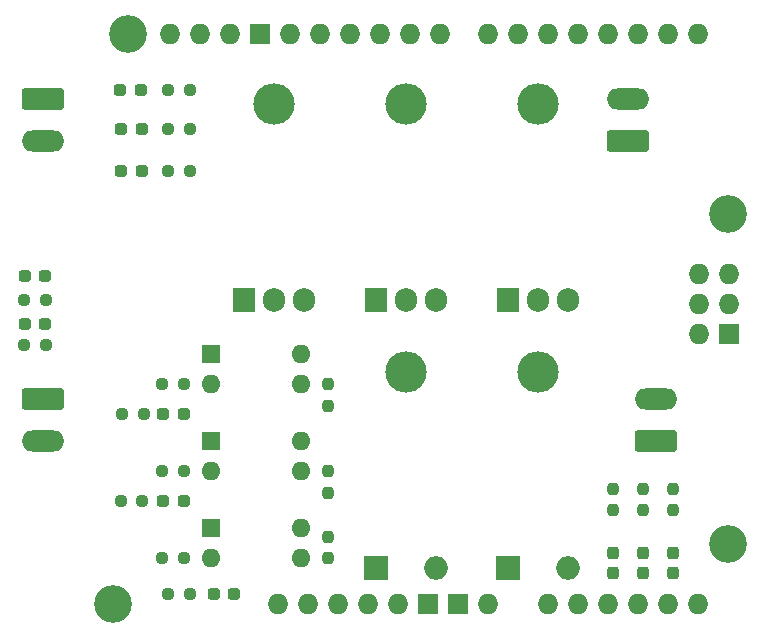
<source format=gbr>
%TF.GenerationSoftware,KiCad,Pcbnew,(7.0.0)*%
%TF.CreationDate,2023-04-19T19:47:20-05:00*%
%TF.ProjectId,pump-lights-siren,70756d70-2d6c-4696-9768-74732d736972,rev?*%
%TF.SameCoordinates,Original*%
%TF.FileFunction,Soldermask,Top*%
%TF.FilePolarity,Negative*%
%FSLAX46Y46*%
G04 Gerber Fmt 4.6, Leading zero omitted, Abs format (unit mm)*
G04 Created by KiCad (PCBNEW (7.0.0)) date 2023-04-19 19:47:20*
%MOMM*%
%LPD*%
G01*
G04 APERTURE LIST*
G04 Aperture macros list*
%AMRoundRect*
0 Rectangle with rounded corners*
0 $1 Rounding radius*
0 $2 $3 $4 $5 $6 $7 $8 $9 X,Y pos of 4 corners*
0 Add a 4 corners polygon primitive as box body*
4,1,4,$2,$3,$4,$5,$6,$7,$8,$9,$2,$3,0*
0 Add four circle primitives for the rounded corners*
1,1,$1+$1,$2,$3*
1,1,$1+$1,$4,$5*
1,1,$1+$1,$6,$7*
1,1,$1+$1,$8,$9*
0 Add four rect primitives between the rounded corners*
20,1,$1+$1,$2,$3,$4,$5,0*
20,1,$1+$1,$4,$5,$6,$7,0*
20,1,$1+$1,$6,$7,$8,$9,0*
20,1,$1+$1,$8,$9,$2,$3,0*%
G04 Aperture macros list end*
%ADD10RoundRect,0.237500X-0.250000X-0.237500X0.250000X-0.237500X0.250000X0.237500X-0.250000X0.237500X0*%
%ADD11RoundRect,0.237500X-0.287500X-0.237500X0.287500X-0.237500X0.287500X0.237500X-0.287500X0.237500X0*%
%ADD12RoundRect,0.250000X1.550000X-0.650000X1.550000X0.650000X-1.550000X0.650000X-1.550000X-0.650000X0*%
%ADD13O,3.600000X1.800000*%
%ADD14RoundRect,0.237500X0.250000X0.237500X-0.250000X0.237500X-0.250000X-0.237500X0.250000X-0.237500X0*%
%ADD15O,3.500000X3.500000*%
%ADD16R,1.905000X2.000000*%
%ADD17O,1.905000X2.000000*%
%ADD18RoundRect,0.237500X-0.237500X0.287500X-0.237500X-0.287500X0.237500X-0.287500X0.237500X0.287500X0*%
%ADD19RoundRect,0.237500X0.237500X-0.250000X0.237500X0.250000X-0.237500X0.250000X-0.237500X-0.250000X0*%
%ADD20RoundRect,0.237500X0.287500X0.237500X-0.287500X0.237500X-0.287500X-0.237500X0.287500X-0.237500X0*%
%ADD21R,2.000000X2.000000*%
%ADD22O,2.000000X2.000000*%
%ADD23RoundRect,0.237500X-0.237500X0.250000X-0.237500X-0.250000X0.237500X-0.250000X0.237500X0.250000X0*%
%ADD24C,3.200000*%
%ADD25O,1.727200X1.727200*%
%ADD26R,1.727200X1.727200*%
%ADD27R,1.600000X1.600000*%
%ADD28O,1.600000X1.600000*%
%ADD29RoundRect,0.250000X-1.550000X0.650000X-1.550000X-0.650000X1.550000X-0.650000X1.550000X0.650000X0*%
G04 APERTURE END LIST*
D10*
%TO.C,R13*%
X126191000Y-91440000D03*
X128016000Y-91440000D03*
%TD*%
D11*
%TO.C,D6*%
X125758000Y-115570000D03*
X127508000Y-115570000D03*
%TD*%
D12*
%TO.C,J3*%
X167501500Y-117800000D03*
D13*
X167501499Y-114299999D03*
%TD*%
D14*
%TO.C,R16*%
X124027000Y-122936000D03*
X122202000Y-122936000D03*
%TD*%
D15*
%TO.C,Q2*%
X146303999Y-89257999D03*
D16*
X143763999Y-105917999D03*
D17*
X146303999Y-105917999D03*
X148843999Y-105917999D03*
%TD*%
D18*
%TO.C,D5*%
X163830000Y-127282000D03*
X163830000Y-129032000D03*
%TD*%
D14*
%TO.C,R1*%
X115824000Y-105918000D03*
X113999000Y-105918000D03*
%TD*%
D19*
%TO.C,R7*%
X163830000Y-123698000D03*
X163830000Y-121873000D03*
%TD*%
D15*
%TO.C,Q3*%
X157479999Y-89257999D03*
D16*
X154939999Y-105917999D03*
D17*
X157479999Y-105917999D03*
X160019999Y-105917999D03*
%TD*%
D19*
%TO.C,R5*%
X168910000Y-123698000D03*
X168910000Y-121873000D03*
%TD*%
D20*
%TO.C,D9*%
X123952000Y-91440000D03*
X122202000Y-91440000D03*
%TD*%
%TO.C,D13*%
X123952000Y-94996000D03*
X122202000Y-94996000D03*
%TD*%
D15*
%TO.C,D11*%
X146303999Y-111949999D03*
D21*
X143763999Y-128609999D03*
D22*
X148843999Y-128609999D03*
%TD*%
D23*
%TO.C,R15*%
X139700000Y-120396000D03*
X139700000Y-122221000D03*
%TD*%
D15*
%TO.C,Q1*%
X135127999Y-89257999D03*
D16*
X132587999Y-105917999D03*
D17*
X135127999Y-105917999D03*
X137667999Y-105917999D03*
%TD*%
D10*
%TO.C,R17*%
X126191000Y-94996000D03*
X128016000Y-94996000D03*
%TD*%
D12*
%TO.C,J2*%
X165100000Y-92400000D03*
D13*
X165099999Y-88899999D03*
%TD*%
D11*
%TO.C,D12*%
X125758000Y-122936000D03*
X127508000Y-122936000D03*
%TD*%
D24*
%TO.C,XA1*%
X121495000Y-131618737D03*
X122765000Y-83358737D03*
D25*
X135464999Y-131618736D03*
D24*
X173565000Y-98598737D03*
X173565000Y-126538737D03*
D25*
X143084999Y-131618736D03*
X145624999Y-131618736D03*
X173691999Y-103678736D03*
X158324999Y-131618736D03*
X160864999Y-131618736D03*
X163404999Y-131618736D03*
X165944999Y-131618736D03*
X168484999Y-131618736D03*
X171024999Y-131618736D03*
X131400999Y-83358736D03*
X171024999Y-83358736D03*
X168484999Y-83358736D03*
X165944999Y-83358736D03*
X163404999Y-83358736D03*
X160864999Y-83358736D03*
X158324999Y-83358736D03*
X155784999Y-83358736D03*
X153244999Y-83358736D03*
X149180999Y-83358736D03*
X146640999Y-83358736D03*
X144100999Y-83358736D03*
X141560999Y-83358736D03*
X139020999Y-83358736D03*
X136480999Y-83358736D03*
D26*
X133940999Y-83358736D03*
X148164999Y-131618736D03*
X150704999Y-131618736D03*
X173691999Y-108758736D03*
D25*
X138004999Y-131618736D03*
X171151999Y-103678736D03*
X173691999Y-106218736D03*
X140544999Y-131618736D03*
X171151999Y-108758736D03*
X171151999Y-106218736D03*
X126320999Y-83358736D03*
X128860999Y-83358736D03*
X153244999Y-131618736D03*
%TD*%
D18*
%TO.C,D3*%
X168910000Y-127282000D03*
X168910000Y-129032000D03*
%TD*%
D27*
%TO.C,T2*%
X129793999Y-125221999D03*
D28*
X129793999Y-127761999D03*
X137413999Y-127761999D03*
X137413999Y-125221999D03*
%TD*%
D10*
%TO.C,R12*%
X126191000Y-88138000D03*
X128016000Y-88138000D03*
%TD*%
%TO.C,R3*%
X125683000Y-113030000D03*
X127508000Y-113030000D03*
%TD*%
D19*
%TO.C,R9*%
X139700000Y-127762000D03*
X139700000Y-125937000D03*
%TD*%
D20*
%TO.C,D2*%
X115796000Y-107950000D03*
X114046000Y-107950000D03*
%TD*%
D14*
%TO.C,R10*%
X124130500Y-115570000D03*
X122305500Y-115570000D03*
%TD*%
D27*
%TO.C,T3*%
X129793999Y-117855999D03*
D28*
X129793999Y-120395999D03*
X137413999Y-120395999D03*
X137413999Y-117855999D03*
%TD*%
D18*
%TO.C,D4*%
X166370000Y-127282000D03*
X166370000Y-129032000D03*
%TD*%
D29*
%TO.C,J4*%
X115570000Y-88900000D03*
D13*
X115569999Y-92399999D03*
%TD*%
D10*
%TO.C,R4*%
X125683000Y-127762000D03*
X127508000Y-127762000D03*
%TD*%
D14*
%TO.C,R11*%
X128016000Y-130810000D03*
X126191000Y-130810000D03*
%TD*%
%TO.C,R2*%
X115824000Y-109728000D03*
X113999000Y-109728000D03*
%TD*%
D23*
%TO.C,R8*%
X139700000Y-113030000D03*
X139700000Y-114855000D03*
%TD*%
D27*
%TO.C,T1*%
X129793999Y-110489999D03*
D28*
X129793999Y-113029999D03*
X137413999Y-113029999D03*
X137413999Y-110489999D03*
%TD*%
D11*
%TO.C,D7*%
X130048000Y-130810000D03*
X131798000Y-130810000D03*
%TD*%
D15*
%TO.C,D14*%
X157479999Y-111949999D03*
D21*
X154939999Y-128609999D03*
D22*
X160019999Y-128609999D03*
%TD*%
D10*
%TO.C,R14*%
X125683000Y-120396000D03*
X127508000Y-120396000D03*
%TD*%
D19*
%TO.C,R6*%
X166370000Y-123698000D03*
X166370000Y-121873000D03*
%TD*%
D29*
%TO.C,J1*%
X115570000Y-114300000D03*
D13*
X115569999Y-117799999D03*
%TD*%
D20*
%TO.C,D8*%
X123905000Y-88138000D03*
X122155000Y-88138000D03*
%TD*%
%TO.C,D1*%
X115796000Y-103886000D03*
X114046000Y-103886000D03*
%TD*%
M02*

</source>
